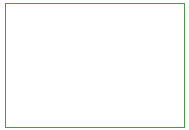
<source format=gko>
G75*
%MOIN*%
%OFA0B0*%
%FSLAX24Y24*%
%IPPOS*%
%LPD*%
%AMOC8*
5,1,8,0,0,1.08239X$1,22.5*
%
%ADD10C,0.0000*%
D10*
X000100Y000100D02*
X000100Y004221D01*
X006095Y004221D01*
X006095Y000100D01*
X000100Y000100D01*
M02*

</source>
